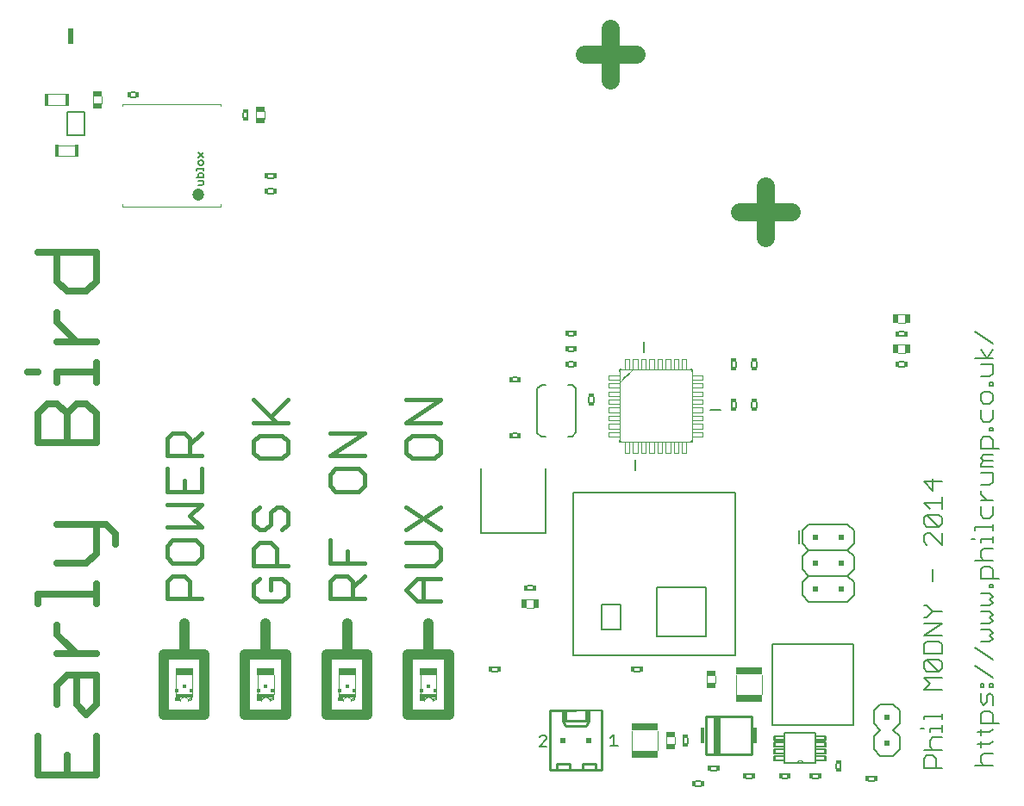
<source format=gto>
G75*
%MOIN*%
%OFA0B0*%
%FSLAX24Y24*%
%IPPOS*%
%LPD*%
%AMOC8*
5,1,8,0,0,1.08239X$1,22.5*
%
%ADD10C,0.0280*%
%ADD11C,0.0170*%
%ADD12C,0.0400*%
%ADD13C,0.0060*%
%ADD14C,0.0000*%
%ADD15R,0.0236X0.0591*%
%ADD16C,0.0080*%
%ADD17C,0.0039*%
%ADD18C,0.0050*%
%ADD19C,0.0472*%
%ADD20C,0.0040*%
%ADD21R,0.0197X0.0049*%
%ADD22R,0.0089X0.0128*%
%ADD23R,0.0049X0.0089*%
%ADD24R,0.0167X0.0049*%
%ADD25R,0.0197X0.0138*%
%ADD26R,0.0236X0.0049*%
%ADD27R,0.0669X0.0118*%
%ADD28R,0.0669X0.0276*%
%ADD29R,0.0128X0.0167*%
%ADD30R,0.0138X0.0138*%
%ADD31R,0.0236X0.0118*%
%ADD32R,0.0118X0.0236*%
%ADD33R,0.0118X0.0472*%
%ADD34R,0.0374X0.0197*%
%ADD35R,0.0197X0.0374*%
%ADD36R,0.1024X0.0295*%
%ADD37C,0.0100*%
%ADD38C,0.0070*%
%ADD39R,0.0200X0.0200*%
%ADD40C,0.0700*%
%ADD41R,0.0165X0.0640*%
%ADD42R,0.0165X0.0630*%
%ADD43R,0.0295X0.1378*%
%ADD44R,0.0295X0.0197*%
D10*
X001607Y001087D02*
X003869Y001087D01*
X003869Y002595D01*
X003492Y003425D02*
X003115Y003802D01*
X003115Y004933D01*
X002738Y004933D02*
X003869Y004933D01*
X003869Y003802D01*
X003492Y003425D01*
X002361Y003802D02*
X002361Y004556D01*
X002738Y004933D01*
X002361Y005764D02*
X003869Y005764D01*
X003115Y005764D02*
X002361Y006518D01*
X002361Y006895D01*
X001607Y007713D02*
X001607Y008090D01*
X003869Y008090D01*
X003869Y007713D02*
X003869Y008467D01*
X003492Y009272D02*
X003869Y009649D01*
X003869Y010780D01*
X004246Y010780D02*
X004623Y010403D01*
X004623Y010026D01*
X004246Y010780D02*
X002361Y010780D01*
X002361Y009272D02*
X003492Y009272D01*
X003869Y013950D02*
X001607Y013950D01*
X001607Y015081D01*
X001984Y015458D01*
X002361Y015458D01*
X002738Y015081D01*
X002738Y013950D01*
X002738Y015081D02*
X003115Y015458D01*
X003492Y015458D01*
X003869Y015081D01*
X003869Y013950D01*
X003869Y016289D02*
X003869Y017043D01*
X003869Y016666D02*
X002361Y016666D01*
X002361Y016289D01*
X001607Y016666D02*
X001230Y016666D01*
X002361Y017848D02*
X003869Y017848D01*
X003115Y017848D02*
X002361Y018602D01*
X002361Y018979D01*
X002738Y019797D02*
X002361Y020174D01*
X002361Y021305D01*
X001607Y021305D02*
X003869Y021305D01*
X003869Y020174D01*
X003492Y019797D01*
X002738Y019797D01*
X001607Y002595D02*
X001607Y001087D01*
X002738Y001087D02*
X002738Y001841D01*
D11*
X006600Y007906D02*
X006600Y008572D01*
X006822Y008794D01*
X007266Y008794D01*
X007488Y008572D01*
X007488Y007906D01*
X007932Y007906D02*
X006600Y007906D01*
X006822Y009288D02*
X007710Y009288D01*
X007932Y009509D01*
X007932Y009953D01*
X007710Y010175D01*
X006822Y010175D01*
X006600Y009953D01*
X006600Y009509D01*
X006822Y009288D01*
X006600Y010669D02*
X007932Y010669D01*
X007488Y011113D01*
X007932Y011556D01*
X006600Y011556D01*
X006600Y012050D02*
X007932Y012050D01*
X007932Y012937D01*
X007932Y013431D02*
X006600Y013431D01*
X006600Y014097D01*
X006822Y014319D01*
X007266Y014319D01*
X007488Y014097D01*
X007488Y013431D01*
X007488Y013875D02*
X007932Y014319D01*
X006600Y012937D02*
X006600Y012050D01*
X007266Y012050D02*
X007266Y012494D01*
X009947Y013553D02*
X010169Y013331D01*
X011056Y013331D01*
X011278Y013553D01*
X011278Y013997D01*
X011056Y014219D01*
X010169Y014219D01*
X009947Y013997D01*
X009947Y013553D01*
X009947Y014712D02*
X011278Y014712D01*
X010834Y014712D02*
X009947Y015600D01*
X010613Y014934D02*
X011278Y015600D01*
X012900Y014319D02*
X014231Y014319D01*
X012900Y013431D01*
X014231Y013431D01*
X014009Y012937D02*
X013122Y012937D01*
X012900Y012716D01*
X012900Y012272D01*
X013122Y012050D01*
X014009Y012050D01*
X014231Y012272D01*
X014231Y012716D01*
X014009Y012937D01*
X015852Y013553D02*
X016074Y013331D01*
X016962Y013331D01*
X017184Y013553D01*
X017184Y013997D01*
X016962Y014219D01*
X016074Y014219D01*
X015852Y013997D01*
X015852Y013553D01*
X015852Y014712D02*
X017184Y015600D01*
X015852Y015600D01*
X015852Y014712D02*
X017184Y014712D01*
X017184Y011456D02*
X015852Y010569D01*
X015852Y010075D02*
X016962Y010075D01*
X017184Y009853D01*
X017184Y009409D01*
X016962Y009188D01*
X015852Y009188D01*
X016296Y008694D02*
X017184Y008694D01*
X016518Y008694D02*
X016518Y007806D01*
X016296Y007806D02*
X015852Y008250D01*
X016296Y008694D01*
X016296Y007806D02*
X017184Y007806D01*
X017184Y010569D02*
X015852Y011456D01*
X013565Y009731D02*
X013565Y009288D01*
X013565Y008794D02*
X013122Y008794D01*
X012900Y008572D01*
X012900Y007906D01*
X014231Y007906D01*
X013787Y007906D02*
X013787Y008572D01*
X013565Y008794D01*
X013787Y008350D02*
X014231Y008794D01*
X014231Y009288D02*
X012900Y009288D01*
X012900Y010175D01*
X011278Y010791D02*
X011056Y010569D01*
X011278Y010791D02*
X011278Y011234D01*
X011056Y011456D01*
X010834Y011456D01*
X010613Y011234D01*
X010613Y010791D01*
X010391Y010569D01*
X010169Y010569D01*
X009947Y010791D01*
X009947Y011234D01*
X010169Y011456D01*
X010169Y010075D02*
X010613Y010075D01*
X010834Y009853D01*
X010834Y009188D01*
X011278Y009188D02*
X009947Y009188D01*
X009947Y009853D01*
X010169Y010075D01*
X010169Y008694D02*
X009947Y008472D01*
X009947Y008028D01*
X010169Y007806D01*
X011056Y007806D01*
X011278Y008028D01*
X011278Y008472D01*
X011056Y008694D01*
X010613Y008694D01*
X010613Y008250D01*
D12*
X010416Y006944D02*
X010416Y005763D01*
X009629Y005763D01*
X009629Y003400D01*
X011204Y003400D01*
X011204Y005763D01*
X010416Y005763D01*
X008054Y005763D02*
X007267Y005763D01*
X007267Y006944D01*
X007267Y005763D02*
X006479Y005763D01*
X006479Y003400D01*
X008054Y003400D01*
X008054Y005763D01*
X012778Y005763D02*
X012778Y003400D01*
X014353Y003400D01*
X014353Y005763D01*
X013566Y005763D01*
X013566Y006944D01*
X013566Y005763D02*
X012778Y005763D01*
X015928Y005763D02*
X015928Y003400D01*
X017503Y003400D01*
X017503Y005763D01*
X016715Y005763D01*
X016715Y006944D01*
X016715Y005763D02*
X015928Y005763D01*
D13*
X019178Y005260D02*
X019371Y005260D01*
X019371Y005084D02*
X019178Y005084D01*
X020556Y008233D02*
X020749Y008233D01*
X020749Y008410D02*
X020556Y008410D01*
X024690Y005260D02*
X024883Y005260D01*
X024883Y005084D02*
X024690Y005084D01*
X026568Y002513D02*
X026568Y002320D01*
X026745Y002320D02*
X026745Y002513D01*
X027643Y001422D02*
X027836Y001422D01*
X027836Y001245D02*
X027643Y001245D01*
X027245Y000831D02*
X027052Y000831D01*
X027052Y000655D02*
X027245Y000655D01*
X029021Y000950D02*
X029213Y000950D01*
X029213Y001126D02*
X029021Y001126D01*
X030096Y001661D02*
X030126Y001661D01*
X030496Y001661D01*
X030496Y001811D01*
X030096Y001811D01*
X030096Y001661D01*
X030126Y001661D02*
X030126Y001821D01*
X030496Y001821D01*
X030496Y002421D01*
X030496Y002431D01*
X030096Y002431D01*
X030096Y002581D01*
X030126Y002581D01*
X030126Y002421D01*
X030496Y002421D01*
X030496Y002331D01*
X030496Y002171D01*
X030496Y002071D01*
X030496Y001911D01*
X030496Y001821D01*
X030496Y001811D01*
X030496Y001911D02*
X030126Y001911D01*
X030096Y001911D01*
X030096Y002071D01*
X030126Y002071D01*
X030126Y001911D01*
X030126Y002071D02*
X030496Y002071D01*
X030496Y002171D02*
X030126Y002171D01*
X030096Y002171D01*
X030096Y002331D01*
X030126Y002331D01*
X030126Y002171D01*
X030126Y002331D02*
X030496Y002331D01*
X030496Y002431D02*
X030496Y002581D01*
X030496Y002711D01*
X031676Y002711D01*
X031676Y002581D01*
X031676Y002431D01*
X032076Y002431D01*
X032076Y002581D01*
X032046Y002581D01*
X031676Y002581D01*
X031626Y002711D02*
X030546Y002711D01*
X030636Y002711D02*
X031536Y002711D01*
X031676Y002431D02*
X031676Y002421D01*
X031676Y002331D01*
X031676Y002171D01*
X031676Y002071D01*
X031676Y001911D01*
X031676Y001821D01*
X031676Y001811D01*
X032076Y001811D01*
X032076Y001661D01*
X032046Y001661D01*
X032046Y001821D01*
X031676Y001821D01*
X031676Y001811D02*
X031676Y001661D01*
X031676Y001531D01*
X031206Y001531D01*
X030966Y001531D01*
X031206Y001531D01*
X031536Y001531D01*
X031626Y001531D01*
X031676Y001661D02*
X032046Y001661D01*
X032046Y001911D02*
X032076Y001911D01*
X032076Y002071D01*
X032046Y002071D01*
X031676Y002071D01*
X031676Y002171D01*
X032046Y002171D01*
X032076Y002171D01*
X032076Y002331D01*
X032046Y002331D01*
X031676Y002331D01*
X031676Y002421D02*
X032046Y002421D01*
X032046Y002581D01*
X032046Y002331D02*
X032046Y002171D01*
X032046Y002071D02*
X032046Y001911D01*
X031676Y001911D01*
X031580Y001126D02*
X031773Y001126D01*
X031773Y000950D02*
X031580Y000950D01*
X030966Y001531D02*
X030636Y001531D01*
X030546Y001531D01*
X030496Y001531D02*
X030966Y001531D01*
X030496Y001531D02*
X030496Y001661D01*
X030399Y001126D02*
X030591Y001126D01*
X030591Y000950D02*
X030399Y000950D01*
X030496Y002581D02*
X030126Y002581D01*
X032474Y001528D02*
X032474Y001335D01*
X032650Y001335D02*
X032650Y001528D01*
X033745Y001028D02*
X033938Y001028D01*
X033938Y000852D02*
X033745Y000852D01*
X035867Y001363D02*
X035867Y001714D01*
X035983Y001831D01*
X036217Y001831D01*
X036334Y001714D01*
X036334Y001363D01*
X036567Y001363D02*
X035867Y001363D01*
X035867Y002063D02*
X036567Y002063D01*
X036217Y002063D02*
X036100Y002180D01*
X036100Y002414D01*
X036217Y002530D01*
X036567Y002530D01*
X036567Y002763D02*
X036567Y002997D01*
X036567Y002880D02*
X036100Y002880D01*
X036100Y002763D01*
X035867Y002880D02*
X035750Y002880D01*
X035867Y003230D02*
X035867Y003346D01*
X036567Y003346D01*
X036567Y003230D02*
X036567Y003463D01*
X036567Y004396D02*
X035867Y004396D01*
X036100Y004629D01*
X035867Y004863D01*
X036567Y004863D01*
X036451Y005096D02*
X036567Y005212D01*
X036567Y005446D01*
X036451Y005563D01*
X035983Y005563D01*
X036451Y005096D01*
X035983Y005096D01*
X035867Y005212D01*
X035867Y005446D01*
X035983Y005563D01*
X035867Y005796D02*
X035867Y006146D01*
X035983Y006263D01*
X036451Y006263D01*
X036567Y006146D01*
X036567Y005796D01*
X035867Y005796D01*
X035867Y006495D02*
X036567Y006962D01*
X035867Y006962D01*
X035867Y007195D02*
X035983Y007195D01*
X036217Y007429D01*
X036567Y007429D01*
X036217Y007429D02*
X035983Y007662D01*
X035867Y007662D01*
X036217Y008595D02*
X036217Y009062D01*
X035983Y009994D02*
X035867Y010111D01*
X035867Y010345D01*
X035983Y010461D01*
X036100Y010461D01*
X036567Y009994D01*
X036567Y010461D01*
X036451Y010694D02*
X035983Y011161D01*
X036451Y011161D01*
X036567Y011044D01*
X036567Y010811D01*
X036451Y010694D01*
X035983Y010694D01*
X035867Y010811D01*
X035867Y011044D01*
X035983Y011161D01*
X036100Y011394D02*
X035867Y011627D01*
X036567Y011627D01*
X036567Y011394D02*
X036567Y011861D01*
X036217Y012094D02*
X036217Y012561D01*
X035867Y012444D02*
X036217Y012094D01*
X036567Y012444D02*
X035867Y012444D01*
X038069Y012309D02*
X038419Y012309D01*
X038536Y012426D01*
X038536Y012776D01*
X038069Y012776D01*
X038069Y013009D02*
X038069Y013125D01*
X038186Y013242D01*
X038069Y013359D01*
X038186Y013476D01*
X038536Y013476D01*
X038536Y013708D02*
X038536Y014059D01*
X038419Y014175D01*
X038186Y014175D01*
X038069Y014059D01*
X038069Y013708D01*
X038769Y013708D01*
X038536Y013242D02*
X038186Y013242D01*
X038069Y013009D02*
X038536Y013009D01*
X038069Y012076D02*
X038069Y011959D01*
X038302Y011726D01*
X038069Y011726D02*
X038536Y011726D01*
X038536Y011493D02*
X038536Y011143D01*
X038419Y011026D01*
X038186Y011026D01*
X038069Y011143D01*
X038069Y011493D01*
X038536Y010793D02*
X038536Y010559D01*
X038536Y010676D02*
X037835Y010676D01*
X037835Y010559D01*
X037835Y010209D02*
X037718Y010209D01*
X038069Y010209D02*
X038536Y010209D01*
X038536Y010093D02*
X038536Y010326D01*
X038536Y009860D02*
X038186Y009860D01*
X038069Y009743D01*
X038069Y009510D01*
X038186Y009393D01*
X038186Y009160D02*
X038419Y009160D01*
X038536Y009043D01*
X038536Y008693D01*
X038536Y008460D02*
X038536Y008343D01*
X038419Y008343D01*
X038419Y008460D01*
X038536Y008460D01*
X038769Y008693D02*
X038069Y008693D01*
X038069Y009043D01*
X038186Y009160D01*
X038536Y009393D02*
X037835Y009393D01*
X038069Y010093D02*
X038069Y010209D01*
X038069Y008110D02*
X038419Y008110D01*
X038536Y007994D01*
X038419Y007877D01*
X038536Y007760D01*
X038419Y007643D01*
X038069Y007643D01*
X038069Y007411D02*
X038419Y007411D01*
X038536Y007294D01*
X038419Y007177D01*
X038536Y007060D01*
X038419Y006944D01*
X038069Y006944D01*
X038069Y006711D02*
X038419Y006711D01*
X038536Y006594D01*
X038419Y006477D01*
X038536Y006361D01*
X038419Y006244D01*
X038069Y006244D01*
X037835Y006011D02*
X038536Y005544D01*
X038536Y004844D02*
X037835Y005311D01*
X038069Y004611D02*
X038186Y004611D01*
X038186Y004494D01*
X038069Y004494D01*
X038069Y004611D01*
X038069Y004262D02*
X038069Y003911D01*
X038186Y003795D01*
X038302Y003911D01*
X038302Y004145D01*
X038419Y004262D01*
X038536Y004145D01*
X038536Y003795D01*
X038419Y003562D02*
X038536Y003445D01*
X038536Y003095D01*
X038536Y002862D02*
X038419Y002745D01*
X037952Y002745D01*
X038069Y002628D02*
X038069Y002862D01*
X038069Y003095D02*
X038069Y003445D01*
X038186Y003562D01*
X038419Y003562D01*
X038769Y003095D02*
X038069Y003095D01*
X038069Y002395D02*
X038069Y002162D01*
X037952Y002278D02*
X038419Y002278D01*
X038536Y002395D01*
X038536Y001929D02*
X038186Y001929D01*
X038069Y001812D01*
X038069Y001579D01*
X038186Y001462D01*
X038536Y001462D02*
X037835Y001462D01*
X038419Y004494D02*
X038536Y004494D01*
X038536Y004611D01*
X038419Y004611D01*
X038419Y004494D01*
X036567Y006495D02*
X035867Y006495D01*
X026907Y013969D02*
X026837Y013969D01*
X026907Y013969D02*
X026907Y014039D01*
X027607Y015219D02*
X028007Y015219D01*
X028438Y015312D02*
X028438Y015505D01*
X028615Y015505D02*
X028615Y015312D01*
X029226Y015312D02*
X029226Y015505D01*
X029402Y015505D02*
X029402Y015312D01*
X029402Y016887D02*
X029402Y017080D01*
X029226Y017080D02*
X029226Y016887D01*
X028615Y016887D02*
X028615Y017080D01*
X028438Y017080D02*
X028438Y016887D01*
X026907Y016769D02*
X026907Y016699D01*
X026907Y016769D02*
X026837Y016769D01*
X025037Y017459D02*
X025037Y017859D01*
X024467Y016619D02*
X024257Y016409D01*
X024107Y016699D02*
X024107Y016769D01*
X024177Y016769D01*
X023103Y015702D02*
X023103Y015509D01*
X022926Y015509D02*
X022926Y015702D01*
X022324Y016895D02*
X022131Y016895D01*
X022131Y017071D02*
X022324Y017071D01*
X022324Y017485D02*
X022131Y017485D01*
X022131Y017662D02*
X022324Y017662D01*
X022324Y018076D02*
X022131Y018076D01*
X022131Y018252D02*
X022324Y018252D01*
X020158Y016481D02*
X019965Y016481D01*
X019965Y016304D02*
X020158Y016304D01*
X020158Y014315D02*
X019965Y014315D01*
X019965Y014139D02*
X020158Y014139D01*
X024107Y014039D02*
X024107Y013969D01*
X024177Y013969D01*
X024707Y013279D02*
X024707Y012879D01*
X034926Y016895D02*
X035119Y016895D01*
X035119Y017071D02*
X034926Y017071D01*
X034926Y018076D02*
X035119Y018076D01*
X035119Y018252D02*
X034926Y018252D01*
X037835Y018258D02*
X038536Y017790D01*
X038536Y017558D02*
X038302Y017207D01*
X038069Y017558D01*
X037835Y017207D02*
X038536Y017207D01*
X038536Y016975D02*
X038069Y016975D01*
X038536Y016975D02*
X038536Y016624D01*
X038419Y016508D01*
X038069Y016508D01*
X038419Y016274D02*
X038536Y016274D01*
X038536Y016158D01*
X038419Y016158D01*
X038419Y016274D01*
X038419Y015925D02*
X038186Y015925D01*
X038069Y015808D01*
X038069Y015575D01*
X038186Y015458D01*
X038419Y015458D01*
X038536Y015575D01*
X038536Y015808D01*
X038419Y015925D01*
X038536Y015225D02*
X038536Y014875D01*
X038419Y014758D01*
X038186Y014758D01*
X038069Y014875D01*
X038069Y015225D01*
X038419Y014525D02*
X038536Y014525D01*
X038536Y014408D01*
X038419Y014408D01*
X038419Y014525D01*
X010710Y023588D02*
X010517Y023588D01*
X010517Y023764D02*
X010710Y023764D01*
X010710Y024178D02*
X010517Y024178D01*
X010517Y024355D02*
X010710Y024355D01*
X009717Y026532D02*
X009717Y026725D01*
X009541Y026725D02*
X009541Y026532D01*
X005395Y027328D02*
X005202Y027328D01*
X005202Y027504D02*
X005395Y027504D01*
D14*
X023687Y016559D02*
X023687Y016379D01*
X024107Y016379D01*
X024107Y016559D01*
X023687Y016559D01*
X023687Y016249D02*
X023687Y016069D01*
X024107Y016069D01*
X024107Y016249D01*
X023687Y016249D01*
X023687Y015929D02*
X023687Y015749D01*
X024107Y015749D01*
X024107Y015929D01*
X023687Y015929D01*
X023687Y015619D02*
X023687Y015439D01*
X024107Y015439D01*
X024107Y015619D01*
X023687Y015619D01*
X023687Y015299D02*
X023687Y015119D01*
X024107Y015119D01*
X024107Y015299D01*
X023687Y015299D01*
X023687Y014989D02*
X023687Y014809D01*
X024107Y014809D01*
X024107Y014989D01*
X023687Y014989D01*
X023687Y014669D02*
X023687Y014489D01*
X024107Y014489D01*
X024107Y014669D01*
X023687Y014669D01*
X023687Y014359D02*
X023687Y014179D01*
X024107Y014179D01*
X024107Y014359D01*
X023687Y014359D01*
X024107Y013969D02*
X024107Y016769D01*
X026907Y016769D01*
X026907Y013969D01*
X024107Y013969D01*
X024317Y013969D02*
X024317Y013549D01*
X024497Y013549D01*
X024497Y013969D01*
X024317Y013969D01*
X024627Y013969D02*
X024627Y013549D01*
X024807Y013549D01*
X024807Y013969D01*
X024627Y013969D01*
X024947Y013969D02*
X024947Y013549D01*
X025127Y013549D01*
X025127Y013969D01*
X024947Y013969D01*
X025257Y013969D02*
X025257Y013549D01*
X025437Y013549D01*
X025437Y013969D01*
X025257Y013969D01*
X025577Y013969D02*
X025577Y013549D01*
X025757Y013549D01*
X025757Y013969D01*
X025577Y013969D01*
X025887Y013969D02*
X025887Y013549D01*
X026067Y013549D01*
X026067Y013969D01*
X025887Y013969D01*
X026207Y013969D02*
X026207Y013549D01*
X026387Y013549D01*
X026387Y013969D01*
X026207Y013969D01*
X026517Y013969D02*
X026517Y013549D01*
X026697Y013549D01*
X026697Y013969D01*
X026517Y013969D01*
X026907Y014179D02*
X026907Y014359D01*
X027327Y014359D01*
X027327Y014179D01*
X026907Y014179D01*
X026907Y014489D02*
X027327Y014489D01*
X027327Y014669D01*
X026907Y014669D01*
X026907Y014489D01*
X026907Y014809D02*
X027327Y014809D01*
X027327Y014989D01*
X026907Y014989D01*
X026907Y014809D01*
X026907Y015119D02*
X027327Y015119D01*
X027327Y015299D01*
X026907Y015299D01*
X026907Y015119D01*
X026907Y015439D02*
X027327Y015439D01*
X027327Y015619D01*
X026907Y015619D01*
X026907Y015439D01*
X026907Y015749D02*
X027327Y015749D01*
X027327Y015929D01*
X026907Y015929D01*
X026907Y015749D01*
X026907Y016069D02*
X027327Y016069D01*
X027327Y016249D01*
X026907Y016249D01*
X026907Y016069D01*
X026907Y016379D02*
X027327Y016379D01*
X027327Y016559D01*
X026907Y016559D01*
X026907Y016379D01*
X026697Y016769D02*
X026517Y016769D01*
X026517Y017189D01*
X026697Y017189D01*
X026697Y016769D01*
X026387Y016769D02*
X026387Y017189D01*
X026207Y017189D01*
X026207Y016769D01*
X026387Y016769D01*
X026067Y016769D02*
X026067Y017189D01*
X025887Y017189D01*
X025887Y016769D01*
X026067Y016769D01*
X025757Y016769D02*
X025757Y017189D01*
X025577Y017189D01*
X025577Y016769D01*
X025757Y016769D01*
X025437Y016769D02*
X025437Y017189D01*
X025257Y017189D01*
X025257Y016769D01*
X025437Y016769D01*
X025127Y016769D02*
X025127Y017189D01*
X024947Y017189D01*
X024947Y016769D01*
X025127Y016769D01*
X024807Y016769D02*
X024807Y017189D01*
X024627Y017189D01*
X024627Y016769D01*
X024807Y016769D01*
X024607Y016769D02*
X024107Y016269D01*
X024317Y016769D02*
X024317Y017189D01*
X024497Y017189D01*
X024497Y016769D01*
X024317Y016769D01*
X030966Y001531D02*
X030968Y001552D01*
X030973Y001572D01*
X030982Y001591D01*
X030994Y001608D01*
X031009Y001623D01*
X031026Y001635D01*
X031045Y001644D01*
X031065Y001649D01*
X031086Y001651D01*
X031107Y001649D01*
X031127Y001644D01*
X031146Y001635D01*
X031163Y001623D01*
X031178Y001608D01*
X031190Y001591D01*
X031199Y001572D01*
X031204Y001552D01*
X031206Y001531D01*
X031204Y001552D01*
X031199Y001572D01*
X031190Y001591D01*
X031178Y001608D01*
X031163Y001623D01*
X031146Y001635D01*
X031127Y001644D01*
X031107Y001649D01*
X031086Y001651D01*
X031065Y001649D01*
X031045Y001644D01*
X031026Y001635D01*
X031009Y001623D01*
X030994Y001608D01*
X030982Y001591D01*
X030973Y001572D01*
X030968Y001552D01*
X030966Y001531D01*
X030968Y001552D01*
X030973Y001572D01*
X030982Y001591D01*
X030994Y001608D01*
X031009Y001623D01*
X031026Y001635D01*
X031045Y001644D01*
X031065Y001649D01*
X031086Y001651D01*
X031107Y001649D01*
X031127Y001644D01*
X031146Y001635D01*
X031163Y001623D01*
X031178Y001608D01*
X031190Y001591D01*
X031199Y001572D01*
X031204Y001552D01*
X031206Y001531D01*
X031204Y001552D01*
X031199Y001572D01*
X031190Y001591D01*
X031178Y001608D01*
X031163Y001623D01*
X031146Y001635D01*
X031127Y001644D01*
X031107Y001649D01*
X031086Y001651D01*
X031065Y001649D01*
X031045Y001644D01*
X031026Y001635D01*
X031009Y001623D01*
X030994Y001608D01*
X030982Y001591D01*
X030973Y001572D01*
X030968Y001552D01*
X030966Y001531D01*
D15*
X002885Y029694D03*
D16*
X018731Y012959D02*
X018731Y010440D01*
X018849Y010440D01*
X021133Y010440D01*
X021251Y010440D01*
X021251Y012959D01*
X022298Y012022D02*
X022298Y005723D01*
X028597Y005723D01*
X028597Y012022D01*
X022298Y012022D01*
X025554Y008341D02*
X027432Y008341D01*
X027432Y006463D01*
X025554Y006463D01*
X025554Y008341D01*
X024160Y007692D02*
X023400Y007692D01*
X023400Y006723D01*
X024160Y006723D01*
X024160Y007692D01*
X031176Y008040D02*
X031176Y008540D01*
X031426Y008790D01*
X032926Y008790D01*
X033176Y008540D01*
X033176Y008040D01*
X032926Y007790D01*
X031426Y007790D01*
X031176Y008040D01*
X031426Y008790D02*
X031176Y009040D01*
X031176Y009540D01*
X031426Y009790D01*
X032926Y009790D01*
X033176Y009540D01*
X033176Y009040D01*
X032926Y008790D01*
X032926Y009790D02*
X033176Y010040D01*
X033176Y010540D01*
X032926Y010790D01*
X031426Y010790D01*
X031176Y010540D01*
X031176Y010040D01*
X031426Y009790D01*
X031044Y010040D02*
X031044Y010540D01*
X034182Y003818D02*
X033932Y003568D01*
X033932Y003068D01*
X034182Y002818D01*
X033932Y002568D01*
X033932Y002068D01*
X034182Y001818D01*
X034682Y001818D01*
X034932Y002068D01*
X034932Y002568D01*
X034682Y002818D01*
X034932Y003068D01*
X034932Y003568D01*
X034682Y003818D01*
X034182Y003818D01*
D17*
X008692Y023078D02*
X008692Y023176D01*
X008692Y023078D02*
X004873Y023078D01*
X004873Y023176D01*
X004873Y026995D02*
X004873Y027054D01*
X008692Y027054D01*
X008692Y026995D01*
D18*
X008001Y025168D02*
X007821Y024988D01*
X007866Y024873D02*
X007821Y024828D01*
X007821Y024738D01*
X007866Y024693D01*
X007956Y024693D01*
X008001Y024738D01*
X008001Y024828D01*
X007956Y024873D01*
X007866Y024873D01*
X008001Y024988D02*
X007821Y025168D01*
X008001Y024587D02*
X008001Y024496D01*
X008001Y024542D02*
X007731Y024542D01*
X007731Y024496D01*
X007866Y024382D02*
X007821Y024337D01*
X007821Y024202D01*
X007731Y024202D02*
X008001Y024202D01*
X008001Y024337D01*
X007956Y024382D01*
X007866Y024382D01*
X007821Y024087D02*
X008001Y024087D01*
X008001Y023952D01*
X007956Y023907D01*
X007821Y023907D01*
X003408Y025841D02*
X003408Y026747D01*
X002739Y026747D01*
X002739Y025841D01*
X003408Y025841D01*
X020928Y016038D02*
X020928Y014306D01*
X021086Y014188D01*
X021243Y014188D01*
X022109Y014188D02*
X022267Y014188D01*
X022424Y014345D01*
X022424Y016038D01*
X022267Y016196D01*
X022109Y016196D01*
X021243Y016196D02*
X021125Y016196D01*
X020928Y016038D01*
X030003Y006156D02*
X033152Y006156D01*
X033152Y003007D01*
X030003Y003007D01*
X030003Y006156D01*
X023424Y003566D02*
X022424Y003566D01*
X022024Y003566D02*
X021924Y003566D01*
X021924Y003416D01*
X021674Y001266D02*
X021524Y001266D01*
X022424Y001266D02*
X022674Y001266D01*
X023174Y001266D02*
X023424Y001266D01*
D19*
X007826Y023550D03*
D20*
X010049Y026489D02*
X010049Y026769D01*
X010384Y026769D02*
X010384Y026489D01*
X004085Y027079D02*
X004085Y027359D01*
X003750Y027359D02*
X003750Y027079D01*
X002686Y027007D02*
X002005Y027007D01*
X002005Y027437D02*
X002686Y027437D01*
X002399Y025463D02*
X003079Y025463D01*
X003079Y025033D02*
X002399Y025033D01*
X020512Y007896D02*
X020793Y007896D01*
X020793Y007561D02*
X020512Y007561D01*
X017030Y004956D02*
X017030Y004207D01*
X016893Y004020D02*
X016895Y004032D01*
X016900Y004043D01*
X016909Y004052D01*
X016920Y004057D01*
X016932Y004059D01*
X016944Y004057D01*
X016955Y004052D01*
X016964Y004043D01*
X016969Y004032D01*
X016971Y004020D01*
X016969Y004008D01*
X016964Y003997D01*
X016955Y003988D01*
X016944Y003983D01*
X016932Y003981D01*
X016920Y003983D01*
X016909Y003988D01*
X016900Y003997D01*
X016895Y004008D01*
X016893Y004020D01*
X016873Y003951D02*
X016869Y003975D01*
X016863Y003997D01*
X016852Y004019D01*
X016839Y004039D01*
X016823Y004056D01*
X016805Y004071D01*
X016784Y004083D01*
X016762Y004092D01*
X016739Y004097D01*
X016715Y004099D01*
X016691Y004097D01*
X016668Y004092D01*
X016646Y004083D01*
X016625Y004071D01*
X016607Y004056D01*
X016591Y004039D01*
X016578Y004019D01*
X016567Y003997D01*
X016561Y003975D01*
X016557Y003951D01*
X016400Y004207D02*
X016400Y004956D01*
X013881Y004956D02*
X013881Y004207D01*
X013743Y004020D02*
X013745Y004032D01*
X013750Y004043D01*
X013759Y004052D01*
X013770Y004057D01*
X013782Y004059D01*
X013794Y004057D01*
X013805Y004052D01*
X013814Y004043D01*
X013819Y004032D01*
X013821Y004020D01*
X013819Y004008D01*
X013814Y003997D01*
X013805Y003988D01*
X013794Y003983D01*
X013782Y003981D01*
X013770Y003983D01*
X013759Y003988D01*
X013750Y003997D01*
X013745Y004008D01*
X013743Y004020D01*
X013724Y003951D02*
X013720Y003975D01*
X013714Y003997D01*
X013703Y004019D01*
X013690Y004039D01*
X013674Y004056D01*
X013656Y004071D01*
X013635Y004083D01*
X013613Y004092D01*
X013590Y004097D01*
X013566Y004099D01*
X013542Y004097D01*
X013519Y004092D01*
X013497Y004083D01*
X013476Y004071D01*
X013458Y004056D01*
X013442Y004039D01*
X013429Y004019D01*
X013418Y003997D01*
X013412Y003975D01*
X013408Y003951D01*
X013251Y004207D02*
X013251Y004956D01*
X010731Y004956D02*
X010731Y004207D01*
X010594Y004020D02*
X010596Y004032D01*
X010601Y004043D01*
X010610Y004052D01*
X010621Y004057D01*
X010633Y004059D01*
X010645Y004057D01*
X010656Y004052D01*
X010665Y004043D01*
X010670Y004032D01*
X010672Y004020D01*
X010670Y004008D01*
X010665Y003997D01*
X010656Y003988D01*
X010645Y003983D01*
X010633Y003981D01*
X010621Y003983D01*
X010610Y003988D01*
X010601Y003997D01*
X010596Y004008D01*
X010594Y004020D01*
X010574Y003951D02*
X010570Y003975D01*
X010564Y003997D01*
X010553Y004019D01*
X010540Y004039D01*
X010524Y004056D01*
X010506Y004071D01*
X010485Y004083D01*
X010463Y004092D01*
X010440Y004097D01*
X010416Y004099D01*
X010392Y004097D01*
X010369Y004092D01*
X010347Y004083D01*
X010326Y004071D01*
X010308Y004056D01*
X010292Y004039D01*
X010279Y004019D01*
X010268Y003997D01*
X010262Y003975D01*
X010258Y003951D01*
X010101Y004207D02*
X010101Y004956D01*
X007582Y004956D02*
X007582Y004207D01*
X007444Y004020D02*
X007446Y004032D01*
X007451Y004043D01*
X007460Y004052D01*
X007471Y004057D01*
X007483Y004059D01*
X007495Y004057D01*
X007506Y004052D01*
X007515Y004043D01*
X007520Y004032D01*
X007522Y004020D01*
X007520Y004008D01*
X007515Y003997D01*
X007506Y003988D01*
X007495Y003983D01*
X007483Y003981D01*
X007471Y003983D01*
X007460Y003988D01*
X007451Y003997D01*
X007446Y004008D01*
X007444Y004020D01*
X007425Y003951D02*
X007421Y003975D01*
X007415Y003997D01*
X007404Y004019D01*
X007391Y004039D01*
X007375Y004056D01*
X007357Y004071D01*
X007336Y004083D01*
X007314Y004092D01*
X007291Y004097D01*
X007267Y004099D01*
X007243Y004097D01*
X007220Y004092D01*
X007198Y004083D01*
X007177Y004071D01*
X007159Y004056D01*
X007143Y004039D01*
X007130Y004019D01*
X007119Y003997D01*
X007113Y003975D01*
X007109Y003951D01*
X006952Y004207D02*
X006952Y004956D01*
X024592Y002796D02*
X024592Y002036D01*
X025572Y002036D02*
X025572Y002796D01*
X025901Y002556D02*
X025901Y002276D01*
X026236Y002276D02*
X026236Y002556D01*
X028627Y004201D02*
X028627Y004961D01*
X029607Y004961D02*
X029607Y004201D01*
X027811Y004638D02*
X027811Y004919D01*
X027476Y004919D02*
X027476Y004638D01*
X034882Y017409D02*
X035163Y017409D01*
X035163Y017744D02*
X034882Y017744D01*
X034882Y018590D02*
X035163Y018590D01*
X035163Y018925D02*
X034882Y018925D01*
D21*
X016952Y003956D03*
X013802Y003956D03*
X010652Y003956D03*
X007503Y003956D03*
D22*
X007557Y004035D03*
X010707Y004035D03*
X013856Y004035D03*
X017006Y004035D03*
D23*
X016868Y004055D03*
X013718Y004055D03*
X010569Y004055D03*
X007419Y004055D03*
D24*
X007439Y004075D03*
X010588Y004075D03*
X013738Y004075D03*
X016888Y004075D03*
D25*
X016479Y004001D03*
X013330Y004001D03*
X010180Y004001D03*
X007030Y004001D03*
D26*
X007050Y004075D03*
X010200Y004075D03*
X013349Y004075D03*
X016499Y004075D03*
D27*
X016715Y004148D03*
X013566Y004148D03*
X010416Y004148D03*
X007267Y004148D03*
D28*
X007267Y005093D03*
X010416Y005093D03*
X013566Y005093D03*
X016715Y005093D03*
D29*
X016445Y004360D03*
X016986Y004360D03*
X013836Y004360D03*
X013295Y004360D03*
X010687Y004360D03*
X010146Y004360D03*
X007537Y004360D03*
X006996Y004360D03*
D30*
X007267Y004513D03*
X010416Y004513D03*
X013566Y004513D03*
X016715Y004513D03*
D31*
X026654Y002575D03*
X026654Y002255D03*
X032564Y001593D03*
X032564Y001273D03*
X029312Y015247D03*
X029312Y015567D03*
X028528Y015569D03*
X028528Y015249D03*
X028528Y016824D03*
X028528Y017144D03*
X029312Y017142D03*
X029312Y016822D03*
X023013Y015764D03*
X023013Y015444D03*
X009631Y026470D03*
X009631Y026790D03*
D32*
X010454Y024265D03*
X010774Y024265D03*
X010774Y023674D03*
X010454Y023674D03*
X005457Y027418D03*
X005137Y027418D03*
X019901Y016394D03*
X020221Y016394D03*
X022066Y016985D03*
X022386Y016985D03*
X022386Y017576D03*
X022066Y017576D03*
X022066Y018166D03*
X022386Y018166D03*
X020221Y014229D03*
X019901Y014229D03*
X020491Y008324D03*
X020811Y008324D03*
X019434Y005174D03*
X019114Y005174D03*
X024625Y005174D03*
X024945Y005174D03*
X027578Y001335D03*
X027898Y001335D03*
X027309Y000741D03*
X026989Y000741D03*
X028956Y001040D03*
X029276Y001040D03*
X030336Y001036D03*
X030656Y001036D03*
X031517Y001036D03*
X031837Y001036D03*
X033682Y000938D03*
X034002Y000938D03*
X034863Y016981D03*
X035183Y016981D03*
X035183Y018162D03*
X034863Y018162D03*
D33*
X003128Y025247D03*
X002348Y025247D03*
X002736Y027223D03*
X001956Y027223D03*
D34*
X003918Y027448D03*
X003918Y026988D03*
X010217Y026857D03*
X010217Y026397D03*
X027643Y005010D03*
X027643Y004550D03*
X026068Y002648D03*
X026068Y002188D03*
D35*
X020884Y007729D03*
X020424Y007729D03*
X034791Y017576D03*
X035251Y017576D03*
X035251Y018757D03*
X034791Y018757D03*
D36*
X029119Y005104D03*
X029115Y004059D03*
X025083Y002938D03*
X025080Y001894D03*
D37*
X023424Y002416D02*
X023424Y001266D01*
X023174Y001266D01*
X023174Y001516D01*
X022674Y001516D01*
X022674Y001266D01*
X022174Y001266D01*
X022174Y001516D01*
X021674Y001516D01*
X021674Y001266D01*
X021424Y001266D01*
X022424Y001266D01*
X022674Y001266D02*
X023174Y001266D01*
X023424Y002416D02*
X023424Y003566D01*
X022924Y003566D02*
X022924Y003166D01*
X022824Y002966D01*
X022024Y002966D01*
X021924Y003166D01*
X022024Y003166D01*
X022024Y003566D01*
X021924Y003566D02*
X021924Y003166D01*
X022024Y003166D02*
X022824Y003166D01*
X022824Y003566D01*
X022424Y003566D02*
X021924Y003566D01*
X021424Y003566D01*
X021424Y002416D01*
X021424Y001266D01*
X022824Y003166D02*
X022924Y003166D01*
X027444Y003105D02*
X027444Y002121D01*
X027444Y001894D01*
X029215Y001894D01*
X029215Y002121D02*
X029215Y003105D01*
X029215Y003331D01*
X027444Y003331D01*
X027444Y003105D01*
X029216Y002121D02*
X029215Y002008D01*
X029216Y001895D01*
D38*
X024035Y002211D02*
X023749Y002211D01*
X023892Y002211D02*
X023892Y002641D01*
X023749Y002497D01*
X021285Y002467D02*
X021285Y002539D01*
X021214Y002611D01*
X021070Y002611D01*
X020999Y002539D01*
X021285Y002467D02*
X020999Y002181D01*
X021285Y002181D01*
D39*
X021924Y002416D03*
X022924Y002416D03*
X031676Y008290D03*
X032676Y008290D03*
X032676Y009290D03*
X031676Y009290D03*
X031676Y010290D03*
X032676Y010290D03*
X034432Y003318D03*
X034432Y002318D03*
D40*
X029755Y021889D02*
X029755Y023889D01*
X028755Y022889D02*
X030755Y022889D01*
X023755Y027991D02*
X023755Y029991D01*
X024755Y028991D02*
X022755Y028991D01*
D41*
X029349Y002608D03*
D42*
X027310Y002613D03*
D43*
X027887Y002613D03*
D44*
X027887Y003204D03*
X027887Y002022D03*
M02*

</source>
